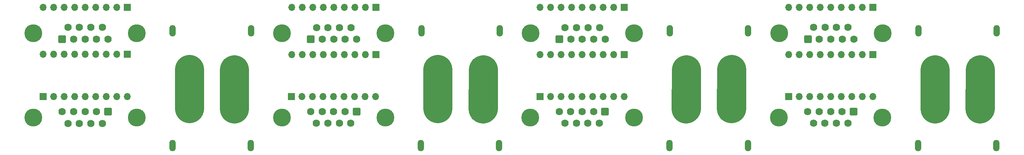
<source format=gbr>
%TF.GenerationSoftware,KiCad,Pcbnew,6.0.2+dfsg-1*%
%TF.CreationDate,2024-03-03T02:30:22+01:00*%
%TF.ProjectId,RACK_CONNECTOR_V2,5241434b-5f43-44f4-9e4e-4543544f525f,rev?*%
%TF.SameCoordinates,Original*%
%TF.FileFunction,Soldermask,Bot*%
%TF.FilePolarity,Negative*%
%FSLAX46Y46*%
G04 Gerber Fmt 4.6, Leading zero omitted, Abs format (unit mm)*
G04 Created by KiCad (PCBNEW 6.0.2+dfsg-1) date 2024-03-03 02:30:22*
%MOMM*%
%LPD*%
G01*
G04 APERTURE LIST*
G04 Aperture macros list*
%AMRoundRect*
0 Rectangle with rounded corners*
0 $1 Rounding radius*
0 $2 $3 $4 $5 $6 $7 $8 $9 X,Y pos of 4 corners*
0 Add a 4 corners polygon primitive as box body*
4,1,4,$2,$3,$4,$5,$6,$7,$8,$9,$2,$3,0*
0 Add four circle primitives for the rounded corners*
1,1,$1+$1,$2,$3*
1,1,$1+$1,$4,$5*
1,1,$1+$1,$6,$7*
1,1,$1+$1,$8,$9*
0 Add four rect primitives between the rounded corners*
20,1,$1+$1,$2,$3,$4,$5,0*
20,1,$1+$1,$4,$5,$6,$7,0*
20,1,$1+$1,$6,$7,$8,$9,0*
20,1,$1+$1,$8,$9,$2,$3,0*%
G04 Aperture macros list end*
%ADD10C,7.000000*%
%ADD11R,1.700000X1.700000*%
%ADD12O,1.700000X1.700000*%
%ADD13C,5.120000*%
%ADD14RoundRect,0.102000X2.458000X2.458000X-2.458000X2.458000X-2.458000X-2.458000X2.458000X-2.458000X0*%
%ADD15O,1.504000X2.804000*%
%ADD16RoundRect,0.102000X-2.458000X-2.458000X2.458000X-2.458000X2.458000X2.458000X-2.458000X2.458000X0*%
%ADD17RoundRect,0.102000X0.787500X0.787500X-0.787500X0.787500X-0.787500X-0.787500X0.787500X-0.787500X0*%
%ADD18C,1.779000*%
%ADD19C,4.320000*%
%ADD20RoundRect,0.102000X-0.787500X-0.787500X0.787500X-0.787500X0.787500X0.787500X-0.787500X0.787500X0*%
G04 APERTURE END LIST*
D10*
X263350000Y-107685201D02*
X263400000Y-107635201D01*
X263400000Y-107635201D02*
X263400000Y-98205201D01*
X263400000Y-98205201D02*
X263350000Y-107685201D01*
X252450000Y-107685201D02*
X252500000Y-107635201D01*
X252500000Y-107635201D02*
X252500000Y-98205201D01*
X252500000Y-98205201D02*
X252450000Y-107685201D01*
X203280000Y-107645201D02*
X203330000Y-107595201D01*
X203330000Y-107595201D02*
X203330000Y-98165201D01*
X203330000Y-98165201D02*
X203280000Y-107645201D01*
X192390000Y-107685201D02*
X192440000Y-107635201D01*
X192440000Y-107635201D02*
X192440000Y-98205201D01*
X192440000Y-98205201D02*
X192390000Y-107685201D01*
X143340000Y-107685201D02*
X143390000Y-107635201D01*
X143390000Y-107635201D02*
X143390000Y-98205201D01*
X143390000Y-98205201D02*
X143340000Y-107685201D01*
X132390141Y-107645201D02*
X132440141Y-107595201D01*
X132440141Y-107595201D02*
X132440141Y-98165201D01*
X132440141Y-98165201D02*
X132390141Y-107645201D01*
X72440141Y-107645201D02*
X72490141Y-107595201D01*
X72490141Y-107595201D02*
X72490141Y-98165201D01*
X72490141Y-98165201D02*
X72440141Y-107645201D01*
X83300000Y-107680000D02*
X83350000Y-107630000D01*
X83350000Y-107630000D02*
X83350000Y-98200000D01*
X83350000Y-98200000D02*
X83300000Y-107680000D01*
D11*
%TO.C,J28*%
X57460000Y-83150000D03*
D12*
X54920000Y-83150000D03*
X52380000Y-83150000D03*
X49840000Y-83150000D03*
X47300000Y-83150000D03*
X44760000Y-83150000D03*
X42220000Y-83150000D03*
X39680000Y-83150000D03*
X37140000Y-83150000D03*
%TD*%
%TO.C,J27*%
X217170000Y-83140000D03*
X219710000Y-83140000D03*
X222250000Y-83140000D03*
X224790000Y-83140000D03*
X227330000Y-83140000D03*
X229870000Y-83140000D03*
X232410000Y-83140000D03*
X234950000Y-83140000D03*
D11*
X237490000Y-83140000D03*
%TD*%
%TO.C,J26*%
X117500000Y-83150000D03*
D12*
X114960000Y-83150000D03*
X112420000Y-83150000D03*
X109880000Y-83150000D03*
X107340000Y-83150000D03*
X104800000Y-83150000D03*
X102260000Y-83150000D03*
X99720000Y-83150000D03*
X97180000Y-83150000D03*
%TD*%
D11*
%TO.C,J25*%
X177500000Y-83150000D03*
D12*
X174960000Y-83150000D03*
X172420000Y-83150000D03*
X169880000Y-83150000D03*
X167340000Y-83150000D03*
X164800000Y-83150000D03*
X162260000Y-83150000D03*
X159720000Y-83150000D03*
X157180000Y-83150000D03*
%TD*%
D13*
%TO.C,J24*%
X72450000Y-98200000D03*
D14*
X83350000Y-98200000D03*
D15*
X87350000Y-88800000D03*
X68450000Y-88800000D03*
%TD*%
%TO.C,J23*%
X128490000Y-88820000D03*
X147390000Y-88820000D03*
D14*
X143390000Y-98220000D03*
D13*
X132490000Y-98220000D03*
%TD*%
D15*
%TO.C,J22*%
X188480000Y-88830000D03*
X207380000Y-88830000D03*
D14*
X203380000Y-98230000D03*
D13*
X192480000Y-98230000D03*
%TD*%
D15*
%TO.C,J21*%
X248500000Y-88820000D03*
X267400000Y-88820000D03*
D14*
X263400000Y-98220000D03*
D13*
X252500000Y-98220000D03*
%TD*%
D15*
%TO.C,J20*%
X68400000Y-116580000D03*
X87300000Y-116580000D03*
D16*
X83300000Y-107680000D03*
D13*
X72400000Y-107680000D03*
%TD*%
D15*
%TO.C,J19*%
X128370000Y-116580000D03*
X147270000Y-116580000D03*
D16*
X143270000Y-107680000D03*
D13*
X132370000Y-107680000D03*
%TD*%
D15*
%TO.C,J18*%
X188410000Y-116590000D03*
X207310000Y-116590000D03*
D16*
X203310000Y-107690000D03*
D13*
X192410000Y-107690000D03*
%TD*%
D15*
%TO.C,J17*%
X248410000Y-116580000D03*
X267310000Y-116580000D03*
D16*
X263310000Y-107680000D03*
D13*
X252410000Y-107680000D03*
%TD*%
D17*
%TO.C,J16*%
X41765000Y-90860000D03*
D18*
X44535000Y-90860000D03*
X47305000Y-90860000D03*
X50075000Y-90860000D03*
X52845000Y-90860000D03*
X43150000Y-88020000D03*
X45920000Y-88020000D03*
X48690000Y-88020000D03*
X51460000Y-88020000D03*
D19*
X59800000Y-89440000D03*
X34810000Y-89440000D03*
%TD*%
%TO.C,J15*%
X214845000Y-89440000D03*
X239835000Y-89440000D03*
D18*
X231495000Y-88020000D03*
X228725000Y-88020000D03*
X225955000Y-88020000D03*
X223185000Y-88020000D03*
X232880000Y-90860000D03*
X230110000Y-90860000D03*
X227340000Y-90860000D03*
X224570000Y-90860000D03*
D17*
X221800000Y-90860000D03*
%TD*%
D19*
%TO.C,J14*%
X94845000Y-89450000D03*
X119835000Y-89450000D03*
D18*
X111495000Y-88030000D03*
X108725000Y-88030000D03*
X105955000Y-88030000D03*
X103185000Y-88030000D03*
X112880000Y-90870000D03*
X110110000Y-90870000D03*
X107340000Y-90870000D03*
X104570000Y-90870000D03*
D17*
X101800000Y-90870000D03*
%TD*%
D19*
%TO.C,J13*%
X154845000Y-89450000D03*
X179835000Y-89450000D03*
D18*
X171495000Y-88030000D03*
X168725000Y-88030000D03*
X165955000Y-88030000D03*
X163185000Y-88030000D03*
X172880000Y-90870000D03*
X170110000Y-90870000D03*
X167340000Y-90870000D03*
X164570000Y-90870000D03*
D17*
X161800000Y-90870000D03*
%TD*%
D12*
%TO.C,J12*%
X37140000Y-94540000D03*
X39680000Y-94540000D03*
X42220000Y-94540000D03*
X44760000Y-94540000D03*
X47300000Y-94540000D03*
X49840000Y-94540000D03*
X52380000Y-94540000D03*
X54920000Y-94540000D03*
D11*
X57460000Y-94540000D03*
%TD*%
%TO.C,J11*%
X237500000Y-94550000D03*
D12*
X234960000Y-94550000D03*
X232420000Y-94550000D03*
X229880000Y-94550000D03*
X227340000Y-94550000D03*
X224800000Y-94550000D03*
X222260000Y-94550000D03*
X219720000Y-94550000D03*
X217180000Y-94550000D03*
%TD*%
%TO.C,J10*%
X97180000Y-94560000D03*
X99720000Y-94560000D03*
X102260000Y-94560000D03*
X104800000Y-94560000D03*
X107340000Y-94560000D03*
X109880000Y-94560000D03*
X112420000Y-94560000D03*
X114960000Y-94560000D03*
D11*
X117500000Y-94560000D03*
%TD*%
D12*
%TO.C,J9*%
X157180000Y-94550000D03*
X159720000Y-94550000D03*
X162260000Y-94550000D03*
X164800000Y-94550000D03*
X167340000Y-94550000D03*
X169880000Y-94550000D03*
X172420000Y-94550000D03*
X174960000Y-94550000D03*
D11*
X177500000Y-94550000D03*
%TD*%
D12*
%TO.C,J8*%
X117450000Y-104720000D03*
X114910000Y-104720000D03*
X112370000Y-104720000D03*
X109830000Y-104720000D03*
X107290000Y-104720000D03*
X104750000Y-104720000D03*
X102210000Y-104720000D03*
X99670000Y-104720000D03*
D11*
X97130000Y-104720000D03*
%TD*%
D12*
%TO.C,J7*%
X177450000Y-104710000D03*
X174910000Y-104710000D03*
X172370000Y-104710000D03*
X169830000Y-104710000D03*
X167290000Y-104710000D03*
X164750000Y-104710000D03*
X162210000Y-104710000D03*
X159670000Y-104710000D03*
D11*
X157130000Y-104710000D03*
%TD*%
D12*
%TO.C,J6*%
X237450000Y-104720000D03*
X234910000Y-104720000D03*
X232370000Y-104720000D03*
X229830000Y-104720000D03*
X227290000Y-104720000D03*
X224750000Y-104720000D03*
X222210000Y-104720000D03*
X219670000Y-104720000D03*
D11*
X217130000Y-104720000D03*
%TD*%
D12*
%TO.C,J5*%
X57450000Y-104740000D03*
X54910000Y-104740000D03*
X52370000Y-104740000D03*
X49830000Y-104740000D03*
X47290000Y-104740000D03*
X44750000Y-104740000D03*
X42210000Y-104740000D03*
X39670000Y-104740000D03*
D11*
X37130000Y-104740000D03*
%TD*%
D19*
%TO.C,J4*%
X119795000Y-109800000D03*
X94805000Y-109800000D03*
D18*
X103145000Y-111220000D03*
X105915000Y-111220000D03*
X108685000Y-111220000D03*
X111455000Y-111220000D03*
X101760000Y-108380000D03*
X104530000Y-108380000D03*
X107300000Y-108380000D03*
X110070000Y-108380000D03*
D20*
X112840000Y-108380000D03*
%TD*%
%TO.C,J3*%
X172840000Y-108380000D03*
D18*
X170070000Y-108380000D03*
X167300000Y-108380000D03*
X164530000Y-108380000D03*
X161760000Y-108380000D03*
X171455000Y-111220000D03*
X168685000Y-111220000D03*
X165915000Y-111220000D03*
X163145000Y-111220000D03*
D19*
X154805000Y-109800000D03*
X179795000Y-109800000D03*
%TD*%
%TO.C,J2*%
X239795000Y-109800000D03*
X214805000Y-109800000D03*
D18*
X223145000Y-111220000D03*
X225915000Y-111220000D03*
X228685000Y-111220000D03*
X231455000Y-111220000D03*
X221760000Y-108380000D03*
X224530000Y-108380000D03*
X227300000Y-108380000D03*
X230070000Y-108380000D03*
D20*
X232840000Y-108380000D03*
%TD*%
D19*
%TO.C,J1*%
X59795000Y-109830000D03*
X34805000Y-109830000D03*
D18*
X43145000Y-111250000D03*
X45915000Y-111250000D03*
X48685000Y-111250000D03*
X51455000Y-111250000D03*
X41760000Y-108410000D03*
X44530000Y-108410000D03*
X47300000Y-108410000D03*
X50070000Y-108410000D03*
D20*
X52840000Y-108410000D03*
%TD*%
M02*

</source>
